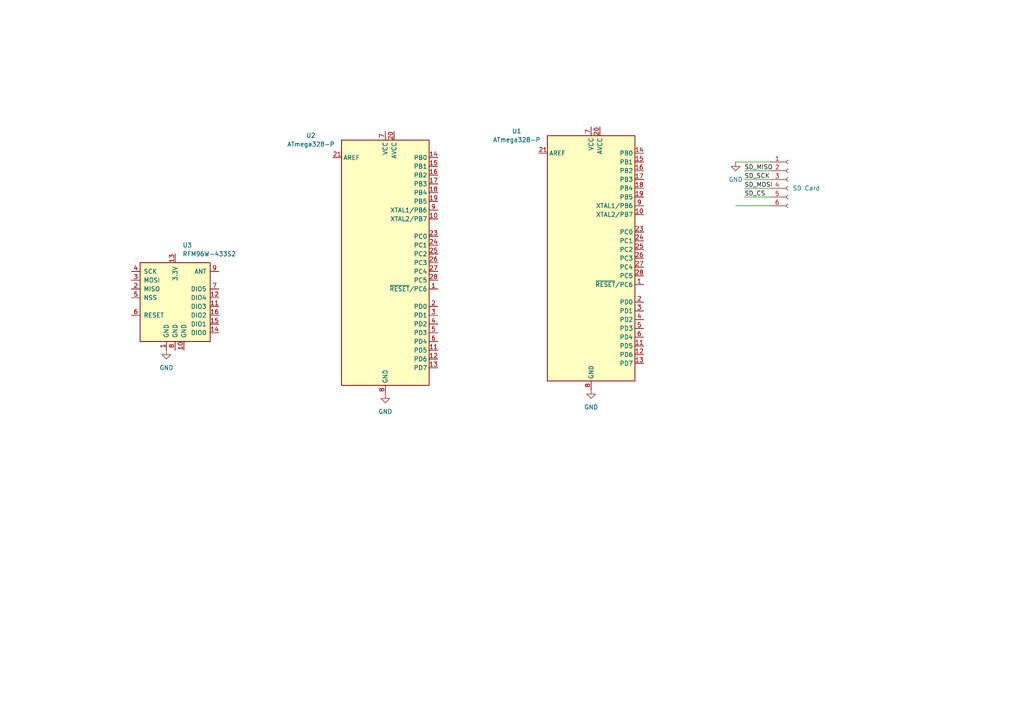
<source format=kicad_sch>
(kicad_sch (version 20250114) (generator "eeschema") (generator_version "9.0")
  (paper "A4")
  (lib_symbols
    (symbol "Connector:Conn_01x06_Socket" (pin_names (offset 1.016) (hide yes))
      (property "Reference" "J" (at 0 7.62 0))
      (property "Value" "Conn_01x06_Socket" (at 0 -10.16 0))
      (symbol "Conn_01x06_Socket_1_1"
        (polyline (pts (xy -1.27 5.08) (xy -0.508 5.08)) (stroke (width 0.1524)))
        (polyline (pts (xy -1.27 2.54) (xy -0.508 2.54)) (stroke (width 0.1524)))
        (polyline (pts (xy -1.27 0) (xy -0.508 0)) (stroke (width 0.1524)))
        (polyline (pts (xy -1.27 -2.54) (xy -0.508 -2.54)) (stroke (width 0.1524)))
        (polyline (pts (xy -1.27 -5.08) (xy -0.508 -5.08)) (stroke (width 0.1524)))
        (polyline (pts (xy -1.27 -7.62) (xy -0.508 -7.62)) (stroke (width 0.1524)))
        (arc (start 0 4.572) (mid -0.5058 5.08) (end 0 5.588) (stroke (width 0.1524)))
        (arc (start 0 2.032) (mid -0.5058 2.54) (end 0 3.048) (stroke (width 0.1524)))
        (arc (start 0 -0.508) (mid -0.5058 0) (end 0 0.508) (stroke (width 0.1524)))
        (arc (start 0 -3.048) (mid -0.5058 -2.54) (end 0 -2.032) (stroke (width 0.1524)))
        (arc (start 0 -5.588) (mid -0.5058 -5.08) (end 0 -4.572) (stroke (width 0.1524)))
        (arc (start 0 -8.128) (mid -0.5058 -7.62) (end 0 -7.112) (stroke (width 0.1524)))
        (pin passive line (at -5.08 5.08 0) (length 3.81) (name "Pin_1") (number "1"))
        (pin passive line (at -5.08 2.54 0) (length 3.81) (name "Pin_2") (number "2"))
        (pin passive line (at -5.08 0 0) (length 3.81) (name "Pin_3") (number "3"))
        (pin passive line (at -5.08 -2.54 0) (length 3.81) (name "Pin_4") (number "4"))
        (pin passive line (at -5.08 -5.08 0) (length 3.81) (name "Pin_5") (number "5"))
        (pin passive line (at -5.08 -7.62 0) (length 3.81) (name "Pin_6") (number "6"))
      )
    )
    (symbol "MCU_Microchip_ATmega:ATmega328-P"
      (property "Reference" "U" (at -12.7 36.83 0))
      (property "Value" "ATmega328-P" (at 2.54 -36.83 0))
      (symbol "ATmega328-P_0_1"
        (rectangle (start -12.7 -35.56) (end 12.7 35.56) (stroke (width 0.254)) (fill (type background)))
      )
      (symbol "ATmega328-P_1_1"
        (pin passive line (at -15.24 30.48 0) (length 2.54) (name "AREF") (number "21"))
        (pin power_in line (at 0 38.1 270) (length 2.54) (name "VCC") (number "7"))
        (pin passive line (at 0 -38.1 90) (length 2.54) (hide yes) (name "GND") (number "22"))
        (pin power_in line (at 0 -38.1 90) (length 2.54) (name "GND") (number "8"))
        (pin power_in line (at 2.54 38.1 270) (length 2.54) (name "AVCC") (number "20"))
        (pin bidirectional line (at 15.24 30.48 180) (length 2.54) (name "PB0") (number "14"))
        (pin bidirectional line (at 15.24 27.94 180) (length 2.54) (name "PB1") (number "15"))
        (pin bidirectional line (at 15.24 25.4 180) (length 2.54) (name "PB2") (number "16"))
        (pin bidirectional line (at 15.24 22.86 180) (length 2.54) (name "PB3") (number "17"))
        (pin bidirectional line (at 15.24 20.32 180) (length 2.54) (name "PB4") (number "18"))
        (pin bidirectional line (at 15.24 17.78 180) (length 2.54) (name "PB5") (number "19"))
        (pin bidirectional line (at 15.24 15.24 180) (length 2.54) (name "XTAL1/PB6") (number "9"))
        (pin bidirectional line (at 15.24 12.7 180) (length 2.54) (name "XTAL2/PB7") (number "10"))
        (pin bidirectional line (at 15.24 7.62 180) (length 2.54) (name "PC0") (number "23"))
        (pin bidirectional line (at 15.24 5.08 180) (length 2.54) (name "PC1") (number "24"))
        (pin bidirectional line (at 15.24 2.54 180) (length 2.54) (name "PC2") (number "25"))
        (pin bidirectional line (at 15.24 0 180) (length 2.54) (name "PC3") (number "26"))
        (pin bidirectional line (at 15.24 -2.54 180) (length 2.54) (name "PC4") (number "27"))
        (pin bidirectional line (at 15.24 -5.08 180) (length 2.54) (name "PC5") (number "28"))
        (pin bidirectional line (at 15.24 -7.62 180) (length 2.54) (name "~{RESET}/PC6") (number "1"))
        (pin bidirectional line (at 15.24 -12.7 180) (length 2.54) (name "PD0") (number "2"))
        (pin bidirectional line (at 15.24 -15.24 180) (length 2.54) (name "PD1") (number "3"))
        (pin bidirectional line (at 15.24 -17.78 180) (length 2.54) (name "PD2") (number "4"))
        (pin bidirectional line (at 15.24 -20.32 180) (length 2.54) (name "PD3") (number "5"))
        (pin bidirectional line (at 15.24 -22.86 180) (length 2.54) (name "PD4") (number "6"))
        (pin bidirectional line (at 15.24 -25.4 180) (length 2.54) (name "PD5") (number "11"))
        (pin bidirectional line (at 15.24 -27.94 180) (length 2.54) (name "PD6") (number "12"))
        (pin bidirectional line (at 15.24 -30.48 180) (length 2.54) (name "PD7") (number "13"))
      )
    )
    (symbol "RF_Module:RFM96W-433S2" (pin_names (offset 1.016))
      (property "Reference" "U" (at -10.414 11.684 0))
      (property "Value" "RFM96W-433S2" (at 1.524 11.43 0))
      (symbol "RFM96W-433S2_0_1"
        (rectangle (start -10.16 10.16) (end 10.16 -12.7) (stroke (width 0.254)) (fill (type background)))
      )
      (symbol "RFM96W-433S2_1_1"
        (pin input line (at -12.7 7.62 0) (length 2.54) (name "SCK") (number "4"))
        (pin input line (at -12.7 5.08 0) (length 2.54) (name "MOSI") (number "3"))
        (pin output line (at -12.7 2.54 0) (length 2.54) (name "MISO") (number "2"))
        (pin input line (at -12.7 0 0) (length 2.54) (name "NSS") (number "5"))
        (pin bidirectional line (at -12.7 -5.08 0) (length 2.54) (name "RESET") (number "6"))
        (pin power_in line (at -2.54 -15.24 90) (length 2.54) (name "GND") (number "1"))
        (pin power_in line (at 0 12.7 270) (length 2.54) (name "3.3V") (number "13"))
        (pin power_in line (at 0 -15.24 90) (length 2.54) (name "GND") (number "8"))
        (pin power_in line (at 2.54 -15.24 90) (length 2.54) (name "GND") (number "10"))
        (pin bidirectional line (at 12.7 7.62 180) (length 2.54) (name "ANT") (number "9"))
        (pin bidirectional line (at 12.7 2.54 180) (length 2.54) (name "DIO5") (number "7"))
        (pin bidirectional line (at 12.7 0 180) (length 2.54) (name "DIO4") (number "12"))
        (pin bidirectional line (at 12.7 -2.54 180) (length 2.54) (name "DIO3") (number "11"))
        (pin bidirectional line (at 12.7 -5.08 180) (length 2.54) (name "DIO2") (number "16"))
        (pin bidirectional line (at 12.7 -7.62 180) (length 2.54) (name "DIO1") (number "15"))
        (pin bidirectional line (at 12.7 -10.16 180) (length 2.54) (name "DIO0") (number "14"))
      )
    )
    (symbol "power:GND" (power) (pin_numbers (hide yes)) (pin_names (offset 0) (hide yes))
      (property "Value" "GND" (at 0 -3.81 0))
      (symbol "GND_0_1"
        (polyline (pts (xy 0 0) (xy 0 -1.27) (xy 1.27 -1.27) (xy 0 -2.54) (xy -1.27 -1.27) (xy 0 -1.27)))
      )
      (symbol "GND_1_1"
        (pin power_in line (at 0 0 270) (length 0) (name "~") (number "1"))
      )
    )
  )
  (wire (pts (xy 213.36 46.99) (xy 223.52 46.99)))
  (wire (pts (xy 215.9 57.15) (xy 223.52 57.15)))
  (wire (pts (xy 215.9 52.07) (xy 223.52 52.07)))
  (wire (pts (xy 215.9 54.61) (xy 223.52 54.61)))
  (wire (pts (xy 213.36 59.69) (xy 223.52 59.69)))
  (wire (pts (xy 215.9 49.53) (xy 223.52 49.53)))
  (label "SD_CS" (at 215.9 57.15 0))
  (label "SD_MISO" (at 215.9 49.53 0))
  (label "SD_SCK" (at 215.9 52.07 0))
  (label "SD_MOSI" (at 215.9 54.61 0))
  (symbol (lib_id "power:GND") (at 171.45 113.03 0) (unit 1)
    (property "Reference" "#PWR01" (effects (hide yes)))
    (property "Value" "GND" (at 171.45 118.11 0))
    (property "Description" "Power symbol creates a global label with name \"GND\" , ground" (effects (hide yes)))
  )
  (symbol (lib_id "power:GND") (at 213.36 46.99 0) (unit 1)
    (property "Reference" "#PWR04" (effects (hide yes)))
    (property "Value" "GND" (at 213.36 52.07 0))
    (property "Description" "Power symbol creates a global label with name \"GND\" , ground" (effects (hide yes)))
  )
  (symbol (lib_id "Connector:Conn_01x06_Socket") (at 228.6 52.07 0) (unit 1)
    (property "Reference" "J2" (effects (hide yes)))
    (property "Value" "SD Card" (at 229.87 54.6099 0) (effects (justify left)))
    (property "Footprint" "Connector_PinHeader_2.54mm:PinHeader_1x06_P2.54mm_Vertical" (effects (hide yes)))
    (property "Description" "Generic connector, single row, 01x06, script generated" (effects (hide yes)))
  )
  (symbol (lib_id "MCU_Microchip_ATmega:ATmega328-P") (at 111.76 76.2 0) (unit 1)
    (property "Reference" "U2" (at 90.17 39.2998 0))
    (property "Value" "ATmega328-P" (at 90.17 41.8398 0))
    (property "Footprint" "Package_DIP:DIP-28_W7.62mm" (effects (hide yes)))
    (property "Datasheet" "http://ww1.microchip.com/downloads/en/DeviceDoc/ATmega328_P%20AVR%20MCU%20with%20picoPower%20Technology%20Data%20Sheet%2040001984A.pdf" (effects (hide yes)))
    (property "Description" "20MHz, 32kB Flash, 2kB SRAM, 1kB EEPROM, DIP-28" (effects (hide yes)))
  )
  (symbol (lib_id "power:GND") (at 48.26 101.6 0) (unit 1)
    (property "Reference" "#PWR03" (effects (hide yes)))
    (property "Value" "GND" (at 48.26 106.68 0))
    (property "Description" "Power symbol creates a global label with name \"GND\" , ground" (effects (hide yes)))
  )
  (symbol (lib_id "RF_Module:RFM96W-433S2") (at 50.8 86.36 0) (unit 1)
    (property "Reference" "U3" (at 52.9433 71.12 0) (effects (justify left)))
    (property "Value" "RFM96W-433S2" (at 52.9433 73.66 0) (effects (justify left)))
    (property "Datasheet" "https://www.hoperf.com/data/upload/portal/20181127/5bfcc0ac60235.pdf" (effects (hide yes)))
    (property "Description" "Low power long range transceiver module, SPI and parallel interface, 433 MHz, spreading factor 6 to12, bandwidth 7.8 to 500kHz, -111 to -148 dBm, SMD-16, DIP-16" (effects (hide yes)))
  )
  (symbol (lib_id "power:GND") (at 111.76 114.3 0) (unit 1)
    (property "Reference" "#PWR02" (effects (hide yes)))
    (property "Value" "GND" (at 111.76 119.38 0))
    (property "Description" "Power symbol creates a global label with name \"GND\" , ground" (effects (hide yes)))
  )
  (symbol (lib_id "MCU_Microchip_ATmega:ATmega328-P") (at 171.45 74.93 0) (unit 1)
    (property "Reference" "U1" (at 149.86 38.0298 0))
    (property "Value" "ATmega328-P" (at 149.86 40.5698 0))
    (property "Footprint" "Package_DIP:DIP-28_W7.62mm" (effects (hide yes)))
    (property "Datasheet" "http://ww1.microchip.com/downloads/en/DeviceDoc/ATmega328_P%20AVR%20MCU%20with%20picoPower%20Technology%20Data%20Sheet%2040001984A.pdf" (effects (hide yes)))
    (property "Description" "20MHz, 32kB Flash, 2kB SRAM, 1kB EEPROM, DIP-28" (effects (hide yes)))
  )
)
</source>
